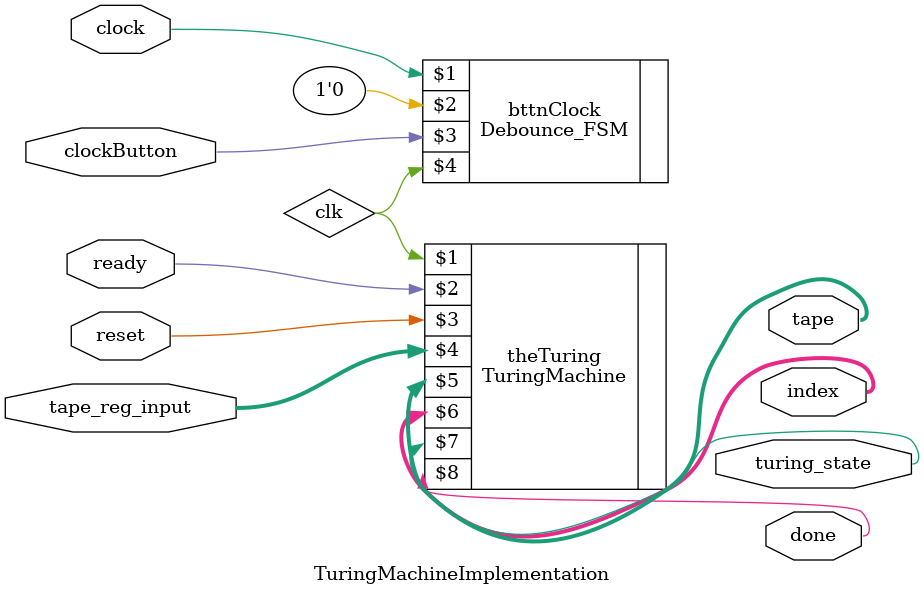
<source format=v>
`timescale 1ns / 1ps


module TuringMachineImplementation(input clock, clockButton, ready, reset, input [7:0] tape_reg_input, output wire [7:0] tape, output wire [2:0] index, output wire turing_state, done);
wire clk;

Debounce_FSM bttnClock(clock, 1'b0, clockButton, clk);

TuringMachine theTuring(clk, ready, reset, tape_reg_input, tape, index, turing_state, done);

endmodule

</source>
